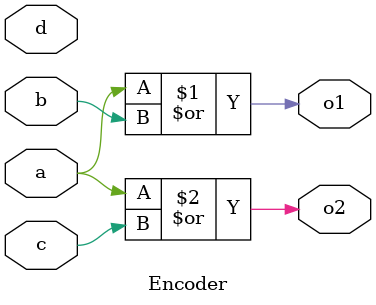
<source format=v>

module Encoder(	
	input a,b,c,d,
        output o1,o2);

 assign o1 = a|b;
 assign o2 = a|c;

endmodule

</source>
